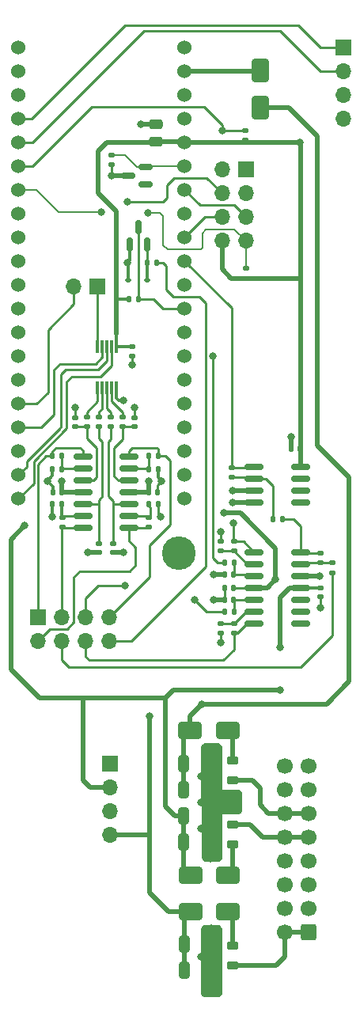
<source format=gbr>
%TF.GenerationSoftware,KiCad,Pcbnew,7.0.2-0*%
%TF.CreationDate,2023-05-29T21:13:20+02:00*%
%TF.ProjectId,dac-board,6461632d-626f-4617-9264-2e6b69636164,rev?*%
%TF.SameCoordinates,Original*%
%TF.FileFunction,Copper,L1,Top*%
%TF.FilePolarity,Positive*%
%FSLAX46Y46*%
G04 Gerber Fmt 4.6, Leading zero omitted, Abs format (unit mm)*
G04 Created by KiCad (PCBNEW 7.0.2-0) date 2023-05-29 21:13:20*
%MOMM*%
%LPD*%
G01*
G04 APERTURE LIST*
G04 Aperture macros list*
%AMRoundRect*
0 Rectangle with rounded corners*
0 $1 Rounding radius*
0 $2 $3 $4 $5 $6 $7 $8 $9 X,Y pos of 4 corners*
0 Add a 4 corners polygon primitive as box body*
4,1,4,$2,$3,$4,$5,$6,$7,$8,$9,$2,$3,0*
0 Add four circle primitives for the rounded corners*
1,1,$1+$1,$2,$3*
1,1,$1+$1,$4,$5*
1,1,$1+$1,$6,$7*
1,1,$1+$1,$8,$9*
0 Add four rect primitives between the rounded corners*
20,1,$1+$1,$2,$3,$4,$5,0*
20,1,$1+$1,$4,$5,$6,$7,0*
20,1,$1+$1,$6,$7,$8,$9,0*
20,1,$1+$1,$8,$9,$2,$3,0*%
G04 Aperture macros list end*
%TA.AperFunction,ComponentPad*%
%ADD10R,1.700000X1.700000*%
%TD*%
%TA.AperFunction,ComponentPad*%
%ADD11O,1.700000X1.700000*%
%TD*%
%TA.AperFunction,SMDPad,CuDef*%
%ADD12RoundRect,0.135000X0.185000X-0.135000X0.185000X0.135000X-0.185000X0.135000X-0.185000X-0.135000X0*%
%TD*%
%TA.AperFunction,SMDPad,CuDef*%
%ADD13RoundRect,0.140000X0.140000X0.170000X-0.140000X0.170000X-0.140000X-0.170000X0.140000X-0.170000X0*%
%TD*%
%TA.AperFunction,SMDPad,CuDef*%
%ADD14RoundRect,0.150000X0.587500X0.150000X-0.587500X0.150000X-0.587500X-0.150000X0.587500X-0.150000X0*%
%TD*%
%TA.AperFunction,SMDPad,CuDef*%
%ADD15RoundRect,0.250000X-0.325000X-0.650000X0.325000X-0.650000X0.325000X0.650000X-0.325000X0.650000X0*%
%TD*%
%TA.AperFunction,SMDPad,CuDef*%
%ADD16RoundRect,0.135000X0.135000X0.185000X-0.135000X0.185000X-0.135000X-0.185000X0.135000X-0.185000X0*%
%TD*%
%TA.AperFunction,SMDPad,CuDef*%
%ADD17RoundRect,0.112500X0.187500X0.112500X-0.187500X0.112500X-0.187500X-0.112500X0.187500X-0.112500X0*%
%TD*%
%TA.AperFunction,SMDPad,CuDef*%
%ADD18RoundRect,0.250000X-1.000000X-0.650000X1.000000X-0.650000X1.000000X0.650000X-1.000000X0.650000X0*%
%TD*%
%TA.AperFunction,SMDPad,CuDef*%
%ADD19RoundRect,0.135000X-0.135000X-0.185000X0.135000X-0.185000X0.135000X0.185000X-0.135000X0.185000X0*%
%TD*%
%TA.AperFunction,SMDPad,CuDef*%
%ADD20RoundRect,0.150000X0.150000X-0.587500X0.150000X0.587500X-0.150000X0.587500X-0.150000X-0.587500X0*%
%TD*%
%TA.AperFunction,SMDPad,CuDef*%
%ADD21RoundRect,0.135000X-0.185000X0.135000X-0.185000X-0.135000X0.185000X-0.135000X0.185000X0.135000X0*%
%TD*%
%TA.AperFunction,ComponentPad*%
%ADD22C,1.524000*%
%TD*%
%TA.AperFunction,SMDPad,CuDef*%
%ADD23RoundRect,0.150000X-0.825000X-0.150000X0.825000X-0.150000X0.825000X0.150000X-0.825000X0.150000X0*%
%TD*%
%TA.AperFunction,SMDPad,CuDef*%
%ADD24RoundRect,0.140000X-0.170000X0.140000X-0.170000X-0.140000X0.170000X-0.140000X0.170000X0.140000X0*%
%TD*%
%TA.AperFunction,SMDPad,CuDef*%
%ADD25RoundRect,0.250000X1.000000X0.650000X-1.000000X0.650000X-1.000000X-0.650000X1.000000X-0.650000X0*%
%TD*%
%TA.AperFunction,SMDPad,CuDef*%
%ADD26RoundRect,0.250000X0.475000X-0.250000X0.475000X0.250000X-0.475000X0.250000X-0.475000X-0.250000X0*%
%TD*%
%TA.AperFunction,SMDPad,CuDef*%
%ADD27RoundRect,0.218750X0.381250X-0.218750X0.381250X0.218750X-0.381250X0.218750X-0.381250X-0.218750X0*%
%TD*%
%TA.AperFunction,ComponentPad*%
%ADD28RoundRect,0.250000X0.600000X0.600000X-0.600000X0.600000X-0.600000X-0.600000X0.600000X-0.600000X0*%
%TD*%
%TA.AperFunction,ComponentPad*%
%ADD29C,1.700000*%
%TD*%
%TA.AperFunction,SMDPad,CuDef*%
%ADD30RoundRect,0.140000X-0.140000X-0.170000X0.140000X-0.170000X0.140000X0.170000X-0.140000X0.170000X0*%
%TD*%
%TA.AperFunction,SMDPad,CuDef*%
%ADD31RoundRect,0.218750X-0.381250X0.218750X-0.381250X-0.218750X0.381250X-0.218750X0.381250X0.218750X0*%
%TD*%
%TA.AperFunction,SMDPad,CuDef*%
%ADD32RoundRect,0.250000X-0.650000X1.000000X-0.650000X-1.000000X0.650000X-1.000000X0.650000X1.000000X0*%
%TD*%
%TA.AperFunction,SMDPad,CuDef*%
%ADD33RoundRect,0.140000X0.170000X-0.140000X0.170000X0.140000X-0.170000X0.140000X-0.170000X-0.140000X0*%
%TD*%
%TA.AperFunction,SMDPad,CuDef*%
%ADD34R,0.300000X1.400000*%
%TD*%
%TA.AperFunction,SMDPad,CuDef*%
%ADD35RoundRect,0.150000X0.825000X0.150000X-0.825000X0.150000X-0.825000X-0.150000X0.825000X-0.150000X0*%
%TD*%
%TA.AperFunction,ViaPad*%
%ADD36C,0.800000*%
%TD*%
%TA.AperFunction,ViaPad*%
%ADD37C,3.600000*%
%TD*%
%TA.AperFunction,Conductor*%
%ADD38C,0.500000*%
%TD*%
%TA.AperFunction,Conductor*%
%ADD39C,0.250000*%
%TD*%
%TA.AperFunction,Conductor*%
%ADD40C,0.300000*%
%TD*%
%TA.AperFunction,Conductor*%
%ADD41C,0.200000*%
%TD*%
G04 APERTURE END LIST*
D10*
%TO.P,J6,1,Pin_1*%
%TO.N,/+5V*%
X128688981Y-129286000D03*
D11*
%TO.P,J6,2,Pin_2*%
%TO.N,/+12V*%
X128688981Y-131826000D03*
%TO.P,J6,3,Pin_3*%
%TO.N,GND*%
X128688981Y-134366000D03*
%TO.P,J6,4,Pin_4*%
%TO.N,/-12V*%
X128688981Y-136906000D03*
%TD*%
D12*
%TO.P,R3,1*%
%TO.N,Net-(U4A-+)*%
X126238000Y-93263000D03*
%TO.P,R3,2*%
%TO.N,/DACA*%
X126238000Y-92243000D03*
%TD*%
D13*
%TO.P,C4,1*%
%TO.N,GND*%
X133830000Y-100299000D03*
%TO.P,C4,2*%
%TO.N,/-12V*%
X132870000Y-100299000D03*
%TD*%
D14*
%TO.P,U1,1*%
%TO.N,N/C*%
X132509500Y-67371000D03*
%TO.P,U1,2,K*%
%TO.N,/ADC_VREF*%
X132509500Y-65471000D03*
%TO.P,U1,3,A*%
%TO.N,GND*%
X130634500Y-66421000D03*
%TD*%
D15*
%TO.P,C25,1*%
%TO.N,/+5V*%
X136590333Y-132080000D03*
%TO.P,C25,2*%
%TO.N,GND*%
X139540333Y-132080000D03*
%TD*%
%TO.P,C20,1*%
%TO.N,/+5V*%
X136606666Y-129286000D03*
%TO.P,C20,2*%
%TO.N,GND*%
X139556666Y-129286000D03*
%TD*%
D16*
%TO.P,R27,1*%
%TO.N,/DIGITAL IN P*%
X133733000Y-75692000D03*
%TO.P,R27,2*%
%TO.N,Net-(D1-K)*%
X132713000Y-75692000D03*
%TD*%
D15*
%TO.P,C24,1*%
%TO.N,/-12V*%
X136701000Y-148590000D03*
%TO.P,C24,2*%
%TO.N,GND*%
X139651000Y-148590000D03*
%TD*%
D17*
%TO.P,D1,1,K*%
%TO.N,Net-(D1-K)*%
X132723600Y-77597000D03*
%TO.P,D1,2,A*%
%TO.N,GND*%
X130623600Y-77597000D03*
%TD*%
D18*
%TO.P,D4,1,K*%
%TO.N,/+12V*%
X137351000Y-141224000D03*
%TO.P,D4,2,A*%
%TO.N,Net-(D4-A)*%
X141351000Y-141224000D03*
%TD*%
D12*
%TO.P,R4,1*%
%TO.N,Net-(U4B-+)*%
X127508000Y-93261000D03*
%TO.P,R4,2*%
%TO.N,/DACB*%
X127508000Y-92241000D03*
%TD*%
D19*
%TO.P,R33,1*%
%TO.N,Net-(U4C--)*%
X132840000Y-101549200D03*
%TO.P,R33,2*%
%TO.N,GND*%
X133860000Y-101549200D03*
%TD*%
D16*
%TO.P,R22,1*%
%TO.N,Net-(R21-Pad2)*%
X147195000Y-103124000D03*
%TO.P,R22,2*%
%TO.N,Net-(U5A--)*%
X146175000Y-103124000D03*
%TD*%
D20*
%TO.P,Q1,1,E*%
%TO.N,GND*%
X130799800Y-73759300D03*
%TO.P,Q1,2,B*%
%TO.N,Net-(D1-K)*%
X132699800Y-73759300D03*
%TO.P,Q1,3,C*%
%TO.N,/DIG_IN*%
X131749800Y-71884300D03*
%TD*%
D13*
%TO.P,C10,1*%
%TO.N,Net-(U3D-+)*%
X141958000Y-111760000D03*
%TO.P,C10,2*%
%TO.N,GND*%
X140998000Y-111760000D03*
%TD*%
D21*
%TO.P,R24,1*%
%TO.N,/BUTTON 1 P*%
X143205200Y-61567600D03*
%TO.P,R24,2*%
%TO.N,/+3.3V P*%
X143205200Y-62587600D03*
%TD*%
D22*
%TO.P,RPI1,1,GPIO0*%
%TO.N,/OLED SDA P*%
X118925000Y-52665000D03*
%TO.P,RPI1,2,GPIO1*%
%TO.N,/OLED SCL P*%
X118925000Y-55205000D03*
%TO.P,RPI1,3,GND*%
%TO.N,GND*%
X118925000Y-57745000D03*
%TO.P,RPI1,4,GPIO2*%
%TO.N,/GP2*%
X118925000Y-60285000D03*
%TO.P,RPI1,5,GPIO3*%
%TO.N,/GP3*%
X118925000Y-62825000D03*
%TO.P,RPI1,6,GPIO4*%
%TO.N,/BUTTON 1 P*%
X118925000Y-65365000D03*
%TO.P,RPI1,7,GPIO5*%
%TO.N,/BUTTON 2 P*%
X118925000Y-67905000D03*
%TO.P,RPI1,8,GND*%
%TO.N,GND*%
X118925000Y-70445000D03*
%TO.P,RPI1,9,GPIO6*%
%TO.N,unconnected-(RPI1-GPIO6-Pad9)*%
X118925000Y-72985000D03*
%TO.P,RPI1,10,GPIO7*%
%TO.N,unconnected-(RPI1-GPIO7-Pad10)*%
X118925000Y-75525000D03*
%TO.P,RPI1,11,GPIO8*%
%TO.N,unconnected-(RPI1-GPIO8-Pad11)*%
X118925000Y-78065000D03*
%TO.P,RPI1,12,GPIO9*%
%TO.N,unconnected-(RPI1-GPIO9-Pad12)*%
X118925000Y-80605000D03*
%TO.P,RPI1,13,GND*%
%TO.N,GND*%
X118925000Y-83145000D03*
%TO.P,RPI1,14,GPIO10*%
%TO.N,unconnected-(RPI1-GPIO10-Pad14)*%
X118925000Y-85685000D03*
%TO.P,RPI1,15,GPIO11*%
%TO.N,unconnected-(RPI1-GPIO11-Pad15)*%
X118925000Y-88225000D03*
%TO.P,RPI1,16,GPIO12*%
%TO.N,/DAC_RDY_JP*%
X118925000Y-90765000D03*
%TO.P,RPI1,17,GPIO13*%
%TO.N,/DAC_LDAC*%
X118925000Y-93305000D03*
%TO.P,RPI1,18,GND*%
%TO.N,GND*%
X118925000Y-95845000D03*
%TO.P,RPI1,19,GPIO14*%
%TO.N,/DAC_SDA*%
X118925000Y-98385000D03*
%TO.P,RPI1,20,GPIO15*%
%TO.N,/DAC_SCL*%
X118925000Y-100925000D03*
%TO.P,RPI1,21,GPIO16*%
%TO.N,unconnected-(RPI1-GPIO16-Pad21)*%
X136705000Y-100925000D03*
%TO.P,RPI1,22,GPIO17*%
%TO.N,unconnected-(RPI1-GPIO17-Pad22)*%
X136705000Y-98385000D03*
%TO.P,RPI1,23,GND*%
%TO.N,GND*%
X136705000Y-95845000D03*
%TO.P,RPI1,24,GPIO18*%
%TO.N,unconnected-(RPI1-GPIO18-Pad24)*%
X136705000Y-93305000D03*
%TO.P,RPI1,25,GPIO19*%
%TO.N,unconnected-(RPI1-GPIO19-Pad25)*%
X136705000Y-90765000D03*
%TO.P,RPI1,26,GPIO20*%
%TO.N,/PWM2*%
X136705000Y-88225000D03*
%TO.P,RPI1,27,GPIO21*%
%TO.N,/PWM1*%
X136705000Y-85685000D03*
%TO.P,RPI1,28,GND*%
%TO.N,GND*%
X136705000Y-83145000D03*
%TO.P,RPI1,29,GPIO22*%
%TO.N,/DIG_IN*%
X136705000Y-80605000D03*
%TO.P,RPI1,30,RUN*%
%TO.N,unconnected-(RPI1-RUN-Pad30)*%
X136705000Y-78065000D03*
%TO.P,RPI1,31,GPIO26_ADC0*%
%TO.N,/AN_IN*%
X136705000Y-75525000D03*
%TO.P,RPI1,32,GPIO27_ADC1*%
%TO.N,/KNOB 1 P*%
X136705000Y-72985000D03*
%TO.P,RPI1,33,AGND*%
%TO.N,GND*%
X136705000Y-70445000D03*
%TO.P,RPI1,34,GPIO28_ADC2*%
%TO.N,/KNOB 2 P*%
X136705000Y-67905000D03*
%TO.P,RPI1,35,ADC_VREF*%
%TO.N,/ADC_VREF*%
X136705000Y-65365000D03*
%TO.P,RPI1,36,3V3*%
%TO.N,/+3.3V P*%
X136705000Y-62825000D03*
%TO.P,RPI1,37,3V3_EN*%
%TO.N,unconnected-(RPI1-3V3_EN-Pad37)*%
X136705000Y-60285000D03*
%TO.P,RPI1,38,GND*%
%TO.N,GND*%
X136705000Y-57745000D03*
%TO.P,RPI1,39,VSYS*%
%TO.N,Net-(D2-K)*%
X136705000Y-55205000D03*
%TO.P,RPI1,40,VBUS*%
%TO.N,unconnected-(RPI1-VBUS-Pad40)*%
X136705000Y-52665000D03*
%TD*%
D15*
%TO.P,C22,1*%
%TO.N,/+12V*%
X136622999Y-137668000D03*
%TO.P,C22,2*%
%TO.N,GND*%
X139572999Y-137668000D03*
%TD*%
D23*
%TO.P,U5,1*%
%TO.N,/AN_IN*%
X144148000Y-97536000D03*
%TO.P,U5,2,-*%
%TO.N,Net-(U5A--)*%
X144148000Y-98806000D03*
%TO.P,U5,3,+*%
%TO.N,GND*%
X144148000Y-100076000D03*
%TO.P,U5,4,V-*%
X144148000Y-101346000D03*
%TO.P,U5,5,+*%
%TO.N,unconnected-(U5B-+-Pad5)*%
X149098000Y-101346000D03*
%TO.P,U5,6,-*%
%TO.N,unconnected-(U5B---Pad6)*%
X149098000Y-100076000D03*
%TO.P,U5,7*%
%TO.N,unconnected-(U5-Pad7)*%
X149098000Y-98806000D03*
%TO.P,U5,8,V+*%
%TO.N,/+3.3V P*%
X149098000Y-97536000D03*
%TD*%
D16*
%TO.P,R2,1*%
%TO.N,Net-(U3D-+)*%
X141988000Y-113030000D03*
%TO.P,R2,2*%
%TO.N,/PWM2*%
X140968000Y-113030000D03*
%TD*%
D21*
%TO.P,R30,1*%
%TO.N,Net-(U3D--)*%
X140589000Y-114298000D03*
%TO.P,R30,2*%
%TO.N,GND*%
X140589000Y-115318000D03*
%TD*%
D12*
%TO.P,R21,1*%
%TO.N,Net-(U3B--)*%
X151257000Y-107825000D03*
%TO.P,R21,2*%
%TO.N,Net-(R21-Pad2)*%
X151257000Y-106805000D03*
%TD*%
%TO.P,R39,1*%
%TO.N,/OUTPUT 5 P*%
X132892800Y-103989600D03*
%TO.P,R39,2*%
%TO.N,Net-(U4C--)*%
X132892800Y-102969600D03*
%TD*%
D23*
%TO.P,U4,1*%
%TO.N,/OUTPUT 6 P*%
X125793000Y-96489000D03*
%TO.P,U4,2,-*%
%TO.N,Net-(U4A--)*%
X125793000Y-97759000D03*
%TO.P,U4,3,+*%
%TO.N,Net-(U4A-+)*%
X125793000Y-99029000D03*
%TO.P,U4,4,V+*%
%TO.N,/+12V*%
X125793000Y-100299000D03*
%TO.P,U4,5,+*%
%TO.N,Net-(U4B-+)*%
X125793000Y-101569000D03*
%TO.P,U4,6,-*%
%TO.N,Net-(U4B--)*%
X125793000Y-102839000D03*
%TO.P,U4,7*%
%TO.N,/OUTPUT 4 P*%
X125793000Y-104109000D03*
%TO.P,U4,8*%
%TO.N,/OUTPUT 5 P*%
X130743000Y-104109000D03*
%TO.P,U4,9,-*%
%TO.N,Net-(U4C--)*%
X130743000Y-102839000D03*
%TO.P,U4,10,+*%
%TO.N,Net-(U4C-+)*%
X130743000Y-101569000D03*
%TO.P,U4,11,V-*%
%TO.N,/-12V*%
X130743000Y-100299000D03*
%TO.P,U4,12,+*%
%TO.N,Net-(U4D-+)*%
X130743000Y-99029000D03*
%TO.P,U4,13,-*%
%TO.N,Net-(U4D--)*%
X130743000Y-97759000D03*
%TO.P,U4,14*%
%TO.N,/OUTPUT 3 P*%
X130743000Y-96489000D03*
%TD*%
D24*
%TO.P,C8,1*%
%TO.N,/+3.3V P*%
X131064000Y-84711600D03*
%TO.P,C8,2*%
%TO.N,GND*%
X131064000Y-85671600D03*
%TD*%
D12*
%TO.P,R38,1*%
%TO.N,/OUTPUT 4 P*%
X123647200Y-103989600D03*
%TO.P,R38,2*%
%TO.N,Net-(U4B--)*%
X123647200Y-102969600D03*
%TD*%
D24*
%TO.P,C13,1*%
%TO.N,Net-(U4C-+)*%
X129030000Y-105733000D03*
%TO.P,C13,2*%
%TO.N,GND*%
X129030000Y-106693000D03*
%TD*%
%TO.P,C2,1*%
%TO.N,/ADC_VREF*%
X128879600Y-64216400D03*
%TO.P,C2,2*%
%TO.N,GND*%
X128879600Y-65176400D03*
%TD*%
D19*
%TO.P,R34,1*%
%TO.N,Net-(U4D--)*%
X132840000Y-97776000D03*
%TO.P,R34,2*%
%TO.N,GND*%
X133860000Y-97776000D03*
%TD*%
%TO.P,R26,1*%
%TO.N,/+3.3V P*%
X130706400Y-79603600D03*
%TO.P,R26,2*%
%TO.N,/DIG_IN*%
X131726400Y-79603600D03*
%TD*%
D12*
%TO.P,R36,1*%
%TO.N,/OUTPUT 2 P*%
X141986000Y-115318000D03*
%TO.P,R36,2*%
%TO.N,Net-(U3D--)*%
X141986000Y-114298000D03*
%TD*%
%TO.P,R29,1*%
%TO.N,Net-(U3C--)*%
X140589000Y-106553000D03*
%TO.P,R29,2*%
%TO.N,GND*%
X140589000Y-105533000D03*
%TD*%
D24*
%TO.P,C5,1*%
%TO.N,/+12V*%
X151257000Y-110495200D03*
%TO.P,C5,2*%
%TO.N,GND*%
X151257000Y-111455200D03*
%TD*%
D13*
%TO.P,C9,1*%
%TO.N,Net-(U3C-+)*%
X141958000Y-109093000D03*
%TO.P,C9,2*%
%TO.N,GND*%
X140998000Y-109093000D03*
%TD*%
D18*
%TO.P,D5,1,K*%
%TO.N,/+5V*%
X137287000Y-125730000D03*
%TO.P,D5,2,A*%
%TO.N,Net-(D5-A)*%
X141287000Y-125730000D03*
%TD*%
D25*
%TO.P,D3,1,K*%
%TO.N,Net-(D3-K)*%
X141351000Y-145161000D03*
%TO.P,D3,2,A*%
%TO.N,/-12V*%
X137351000Y-145161000D03*
%TD*%
D12*
%TO.P,R6,1*%
%TO.N,Net-(U4D-+)*%
X130048000Y-93261000D03*
%TO.P,R6,2*%
%TO.N,/DACD*%
X130048000Y-92241000D03*
%TD*%
D26*
%TO.P,C1,1*%
%TO.N,/+3.3V P*%
X133654800Y-62773600D03*
%TO.P,C1,2*%
%TO.N,GND*%
X133654800Y-60873600D03*
%TD*%
D12*
%TO.P,R28,1*%
%TO.N,/ANALOGUE IN P*%
X152527000Y-108866400D03*
%TO.P,R28,2*%
%TO.N,Net-(U3B--)*%
X152527000Y-107846400D03*
%TD*%
D27*
%TO.P,FB1,1*%
%TO.N,/Euro+5*%
X141859000Y-131110500D03*
%TO.P,FB1,2*%
%TO.N,Net-(D5-A)*%
X141859000Y-128985500D03*
%TD*%
D28*
%TO.P,J1,1,Pin_1*%
%TO.N,/Euro-12*%
X149987000Y-147320000D03*
D29*
%TO.P,J1,2,Pin_2*%
X147447000Y-147320000D03*
%TO.P,J1,3,Pin_3*%
%TO.N,GND*%
X149987000Y-144780000D03*
%TO.P,J1,4,Pin_4*%
X147447000Y-144780000D03*
%TO.P,J1,5,Pin_5*%
X149987000Y-142240000D03*
%TO.P,J1,6,Pin_6*%
X147447000Y-142240000D03*
%TO.P,J1,7,Pin_7*%
X149987000Y-139700000D03*
%TO.P,J1,8,Pin_8*%
X147447000Y-139700000D03*
%TO.P,J1,9,Pin_9*%
%TO.N,/Euro+12*%
X149987000Y-137160000D03*
%TO.P,J1,10,Pin_10*%
X147447000Y-137160000D03*
%TO.P,J1,11,Pin_11*%
%TO.N,/Euro+5*%
X149987000Y-134620000D03*
%TO.P,J1,12,Pin_12*%
X147447000Y-134620000D03*
%TO.P,J1,13,Pin_13*%
%TO.N,unconnected-(J1-Pin_13-Pad13)*%
X149987000Y-132080000D03*
%TO.P,J1,14,Pin_14*%
%TO.N,unconnected-(J1-Pin_14-Pad14)*%
X147447000Y-132080000D03*
%TO.P,J1,15,Pin_15*%
%TO.N,unconnected-(J1-Pin_15-Pad15)*%
X149987000Y-129540000D03*
%TO.P,J1,16,Pin_16*%
%TO.N,unconnected-(J1-Pin_16-Pad16)*%
X147447000Y-129540000D03*
%TD*%
D30*
%TO.P,C6,1*%
%TO.N,GND*%
X140998000Y-110490000D03*
%TO.P,C6,2*%
%TO.N,/-12V*%
X141958000Y-110490000D03*
%TD*%
D15*
%TO.P,C23,1*%
%TO.N,/-12V*%
X136701000Y-151384000D03*
%TO.P,C23,2*%
%TO.N,GND*%
X139651000Y-151384000D03*
%TD*%
D16*
%TO.P,R32,1*%
%TO.N,Net-(U4B--)*%
X123571000Y-101549200D03*
%TO.P,R32,2*%
%TO.N,GND*%
X122551000Y-101549200D03*
%TD*%
D31*
%TO.P,FB2,1*%
%TO.N,/Euro+12*%
X141859000Y-135843500D03*
%TO.P,FB2,2*%
%TO.N,Net-(D4-A)*%
X141859000Y-137968500D03*
%TD*%
D16*
%TO.P,R31,1*%
%TO.N,Net-(U4A--)*%
X123573000Y-97790000D03*
%TO.P,R31,2*%
%TO.N,GND*%
X122553000Y-97790000D03*
%TD*%
D32*
%TO.P,D2,1,K*%
%TO.N,Net-(D2-K)*%
X144780000Y-55150000D03*
%TO.P,D2,2,A*%
%TO.N,/+5V*%
X144780000Y-59150000D03*
%TD*%
D33*
%TO.P,C14,1*%
%TO.N,Net-(U4D-+)*%
X131318000Y-93231000D03*
%TO.P,C14,2*%
%TO.N,GND*%
X131318000Y-92271000D03*
%TD*%
D16*
%TO.P,R40,1*%
%TO.N,/OUTPUT 3 P*%
X133860000Y-96393000D03*
%TO.P,R40,2*%
%TO.N,Net-(U4D--)*%
X132840000Y-96393000D03*
%TD*%
D13*
%TO.P,C3,1*%
%TO.N,/+12V*%
X123565000Y-100299000D03*
%TO.P,C3,2*%
%TO.N,GND*%
X122605000Y-100299000D03*
%TD*%
D12*
%TO.P,R5,1*%
%TO.N,Net-(U4C-+)*%
X128778000Y-93259000D03*
%TO.P,R5,2*%
%TO.N,/DACC*%
X128778000Y-92239000D03*
%TD*%
D13*
%TO.P,C7,1*%
%TO.N,/+3.3V P*%
X149070000Y-95631000D03*
%TO.P,C7,2*%
%TO.N,GND*%
X148110000Y-95631000D03*
%TD*%
D34*
%TO.P,U2,1,VDD*%
%TO.N,/+3.3V P*%
X129381000Y-84709000D03*
%TO.P,U2,2,SCL*%
%TO.N,/DAC_SCL*%
X128881000Y-84709000D03*
%TO.P,U2,3,SDA*%
%TO.N,/DAC_SDA*%
X128381000Y-84709000D03*
%TO.P,U2,4,~{LDAC}*%
%TO.N,/DAC_LDAC*%
X127881000Y-84709000D03*
%TO.P,U2,5,RDY/~{BSY}*%
%TO.N,/DAC_RDY*%
X127381000Y-84709000D03*
%TO.P,U2,6,VOUTA*%
%TO.N,/DACA*%
X127381000Y-89109000D03*
%TO.P,U2,7,VOUTB*%
%TO.N,/DACB*%
X127881000Y-89109000D03*
%TO.P,U2,8,VOUTC*%
%TO.N,/DACC*%
X128381000Y-89109000D03*
%TO.P,U2,9,VOUTD*%
%TO.N,/DACD*%
X128881000Y-89109000D03*
%TO.P,U2,10,VSS*%
%TO.N,GND*%
X129381000Y-89109000D03*
%TD*%
D15*
%TO.P,C21,1*%
%TO.N,/+12V*%
X136574000Y-134874000D03*
%TO.P,C21,2*%
%TO.N,GND*%
X139524000Y-134874000D03*
%TD*%
D10*
%TO.P,J4,1,Pin_1*%
%TO.N,/GP2*%
X153670000Y-52705000D03*
D11*
%TO.P,J4,2,Pin_2*%
%TO.N,/GP3*%
X153670000Y-55245000D03*
%TO.P,J4,3,Pin_3*%
%TO.N,/+3.3V P*%
X153670000Y-57785000D03*
%TO.P,J4,4,Pin_4*%
%TO.N,GND*%
X153670000Y-60325000D03*
%TD*%
D27*
%TO.P,FB3,1*%
%TO.N,/Euro-12*%
X141859000Y-150922500D03*
%TO.P,FB3,2*%
%TO.N,Net-(D3-K)*%
X141859000Y-148797500D03*
%TD*%
D35*
%TO.P,U3,1*%
%TO.N,unconnected-(U3-Pad1)*%
X149083800Y-114300000D03*
%TO.P,U3,2,-*%
%TO.N,unconnected-(U3A---Pad2)*%
X149083800Y-113030000D03*
%TO.P,U3,3,+*%
%TO.N,unconnected-(U3A-+-Pad3)*%
X149083800Y-111760000D03*
%TO.P,U3,4,V+*%
%TO.N,/+12V*%
X149083800Y-110490000D03*
%TO.P,U3,5,+*%
%TO.N,GND*%
X149083800Y-109220000D03*
%TO.P,U3,6,-*%
%TO.N,Net-(U3B--)*%
X149083800Y-107950000D03*
%TO.P,U3,7*%
%TO.N,Net-(R21-Pad2)*%
X149083800Y-106680000D03*
%TO.P,U3,8*%
%TO.N,/OUTPUT 1 P*%
X144133800Y-106680000D03*
%TO.P,U3,9,-*%
%TO.N,Net-(U3C--)*%
X144133800Y-107950000D03*
%TO.P,U3,10,+*%
%TO.N,Net-(U3C-+)*%
X144133800Y-109220000D03*
%TO.P,U3,11,V-*%
%TO.N,/-12V*%
X144133800Y-110490000D03*
%TO.P,U3,12,+*%
%TO.N,Net-(U3D-+)*%
X144133800Y-111760000D03*
%TO.P,U3,13,-*%
%TO.N,Net-(U3D--)*%
X144133800Y-113030000D03*
%TO.P,U3,14*%
%TO.N,/OUTPUT 2 P*%
X144133800Y-114300000D03*
%TD*%
D24*
%TO.P,C12,1*%
%TO.N,Net-(U4B-+)*%
X127508000Y-105733000D03*
%TO.P,C12,2*%
%TO.N,GND*%
X127508000Y-106693000D03*
%TD*%
D16*
%TO.P,R1,1*%
%TO.N,Net-(U3C-+)*%
X141988000Y-107823000D03*
%TO.P,R1,2*%
%TO.N,/PWM1*%
X140968000Y-107823000D03*
%TD*%
D12*
%TO.P,R23,1*%
%TO.N,Net-(U5A--)*%
X141732000Y-98681000D03*
%TO.P,R23,2*%
%TO.N,/AN_IN*%
X141732000Y-97661000D03*
%TD*%
D19*
%TO.P,R37,1*%
%TO.N,/OUTPUT 6 P*%
X122553000Y-96393000D03*
%TO.P,R37,2*%
%TO.N,Net-(U4A--)*%
X123573000Y-96393000D03*
%TD*%
D21*
%TO.P,R25,1*%
%TO.N,/BUTTON 2 P*%
X143256000Y-76350400D03*
%TO.P,R25,2*%
%TO.N,/+3.3V P*%
X143256000Y-77370400D03*
%TD*%
%TO.P,R35,1*%
%TO.N,/OUTPUT 1 P*%
X141986000Y-105533000D03*
%TO.P,R35,2*%
%TO.N,Net-(U3C--)*%
X141986000Y-106553000D03*
%TD*%
D33*
%TO.P,C11,1*%
%TO.N,Net-(U4A-+)*%
X124968000Y-93231000D03*
%TO.P,C11,2*%
%TO.N,GND*%
X124968000Y-92271000D03*
%TD*%
D10*
%TO.P,J3,1,Pin_1*%
%TO.N,/OUTPUT 6 P*%
X121015000Y-113625000D03*
D11*
%TO.P,J3,2,Pin_2*%
%TO.N,/OUTPUT 5 P*%
X121015000Y-116165000D03*
%TO.P,J3,3,Pin_3*%
%TO.N,/OUTPUT 4 P*%
X123555000Y-113625000D03*
%TO.P,J3,4,Pin_4*%
%TO.N,/ANALOGUE IN P*%
X123555000Y-116165000D03*
%TO.P,J3,5,Pin_5*%
%TO.N,/OUTPUT 1 P*%
X126095000Y-113625000D03*
%TO.P,J3,6,Pin_6*%
%TO.N,/OUTPUT 2 P*%
X126095000Y-116165000D03*
%TO.P,J3,7,Pin_7*%
%TO.N,/OUTPUT 3 P*%
X128635000Y-113625000D03*
%TO.P,J3,8,Pin_8*%
%TO.N,/DIGITAL IN P*%
X128635000Y-116165000D03*
%TD*%
D10*
%TO.P,J2,1,Pin_1*%
%TO.N,GND*%
X143235000Y-65725000D03*
D11*
%TO.P,J2,2,Pin_2*%
%TO.N,/BUTTON 1 P*%
X140695000Y-65725000D03*
%TO.P,J2,3,Pin_3*%
%TO.N,/OLED SDA P*%
X143235000Y-68265000D03*
%TO.P,J2,4,Pin_4*%
%TO.N,/OLED SCL P*%
X140695000Y-68265000D03*
%TO.P,J2,5,Pin_5*%
%TO.N,/KNOB 2 P*%
X143235000Y-70805000D03*
%TO.P,J2,6,Pin_6*%
%TO.N,/KNOB 1 P*%
X140695000Y-70805000D03*
%TO.P,J2,7,Pin_7*%
%TO.N,/BUTTON 2 P*%
X143235000Y-73345000D03*
%TO.P,J2,8,Pin_8*%
%TO.N,/+3.3V P*%
X140695000Y-73345000D03*
%TD*%
D10*
%TO.P,J5,1,Pin_1*%
%TO.N,/DAC_RDY*%
X127381000Y-78232000D03*
D11*
%TO.P,J5,2,Pin_2*%
%TO.N,/DAC_RDY_JP*%
X124841000Y-78232000D03*
%TD*%
D36*
%TO.N,/+5V*%
X138557000Y-122936000D03*
%TO.N,GND*%
X130149600Y-90474800D03*
X139827000Y-109093000D03*
X139446000Y-127508000D03*
X139573000Y-146939000D03*
X138430000Y-136271000D03*
X126365000Y-106680000D03*
X141732000Y-134112000D03*
X131085977Y-86642823D03*
X140589000Y-116332000D03*
X134239000Y-99058000D03*
X139573000Y-153416000D03*
X140589000Y-104521000D03*
X131318000Y-91186000D03*
X138430000Y-133477000D03*
X138430000Y-149987000D03*
X130606800Y-75692000D03*
X128905000Y-66421000D03*
X141833600Y-101346000D03*
X148082000Y-94361000D03*
D37*
X136042400Y-106807000D03*
D36*
X138430000Y-130683000D03*
X122021600Y-99060000D03*
X122529600Y-102920800D03*
X151257000Y-112649000D03*
X151130000Y-109220000D03*
X134112000Y-102920800D03*
X139446000Y-139446000D03*
X124968000Y-91186000D03*
X130175000Y-106680000D03*
X139827000Y-111760000D03*
X131978400Y-60858400D03*
X141732000Y-132842000D03*
X141859000Y-100076000D03*
%TO.N,/PWM1*%
X139700000Y-85725000D03*
%TO.N,/PWM2*%
X137795000Y-111760000D03*
%TO.N,/OLED SCL P*%
X130556000Y-69215000D03*
%TO.N,/BUTTON 1 P*%
X140716000Y-61595000D03*
%TO.N,/BUTTON 2 P*%
X127762000Y-70307200D03*
X132791200Y-70358000D03*
%TO.N,/OUTPUT 1 P*%
X130352800Y-110236000D03*
X141935200Y-103581200D03*
%TO.N,/+12V*%
X123545600Y-99110800D03*
X146939000Y-116890800D03*
X146939000Y-121412000D03*
X119583200Y-103835200D03*
%TO.N,/-12V*%
X132969000Y-124206000D03*
X132842000Y-99060000D03*
X146431000Y-109601000D03*
X140868400Y-102463600D03*
%TO.N,/+3.3V P*%
X149011000Y-62825000D03*
%TD*%
D38*
%TO.N,/+12V*%
X134620000Y-122301000D02*
X125780800Y-122301000D01*
X125844181Y-131114800D02*
X125844181Y-122301000D01*
X126555381Y-131826000D02*
X125844181Y-131114800D01*
X128688981Y-131826000D02*
X126555381Y-131826000D01*
X125780800Y-122301000D02*
X121158000Y-122301000D01*
%TO.N,/-12V*%
X132969000Y-141986000D02*
X132969000Y-136855200D01*
X132969000Y-136855200D02*
X132969000Y-125603000D01*
X128688981Y-136906000D02*
X132981581Y-136906000D01*
D39*
%TO.N,/BUTTON 1 P*%
X140716000Y-61595000D02*
X143177800Y-61595000D01*
X143177800Y-61595000D02*
X143205200Y-61567600D01*
D38*
%TO.N,/+3.3V P*%
X149098000Y-79705200D02*
X149098000Y-77368400D01*
X149096000Y-77370400D02*
X149098000Y-77368400D01*
X149098000Y-77368400D02*
X149098000Y-63754000D01*
X144729200Y-77370400D02*
X149096000Y-77370400D01*
X143256000Y-77370400D02*
X144729200Y-77370400D01*
X140695000Y-73345000D02*
X140695000Y-76433000D01*
X140695000Y-76433000D02*
X141632400Y-77370400D01*
X141632400Y-77370400D02*
X143256000Y-77370400D01*
X149098000Y-81280000D02*
X149098000Y-79705200D01*
%TO.N,GND*%
X149083800Y-109220000D02*
X151130000Y-109220000D01*
D40*
X130623600Y-77597000D02*
X130623600Y-75708800D01*
X122551000Y-102899400D02*
X122529600Y-102920800D01*
D38*
X127508000Y-106693000D02*
X126505000Y-106693000D01*
D39*
X151257000Y-111455200D02*
X151257000Y-112649000D01*
X133860000Y-102618000D02*
X133985000Y-102743000D01*
D38*
X130634500Y-66421000D02*
X128905000Y-66421000D01*
D40*
X129381000Y-89109000D02*
X129381000Y-90214200D01*
D39*
X124968000Y-92271000D02*
X124968000Y-91186000D01*
X133860000Y-101768000D02*
X133860000Y-102412800D01*
X128879600Y-66395600D02*
X128905000Y-66421000D01*
X126505000Y-106693000D02*
X126492000Y-106680000D01*
D38*
X131993600Y-60873600D02*
X131978400Y-60858400D01*
D40*
X122605000Y-100299000D02*
X122605000Y-99643400D01*
X122553000Y-97790000D02*
X122553000Y-98528600D01*
X129381000Y-90214200D02*
X129641600Y-90474800D01*
D39*
X140998000Y-110490000D02*
X140998000Y-111760000D01*
D38*
X148110000Y-95631000D02*
X148110000Y-94389000D01*
D40*
X129641600Y-90474800D02*
X129997200Y-90474800D01*
X130799800Y-75499000D02*
X130606800Y-75692000D01*
D39*
X131318000Y-92271000D02*
X131318000Y-91186000D01*
X133860000Y-102668800D02*
X134112000Y-102920800D01*
X133830000Y-99467000D02*
X134239000Y-99058000D01*
X133830000Y-100299000D02*
X133830000Y-99467000D01*
D40*
X122605000Y-99643400D02*
X122021600Y-99060000D01*
X133860000Y-97776000D02*
X133860000Y-98679000D01*
D38*
X148110000Y-94389000D02*
X148082000Y-94361000D01*
D39*
X140589000Y-105533000D02*
X140589000Y-104521000D01*
D38*
X140998000Y-111760000D02*
X139827000Y-111760000D01*
D39*
X128879600Y-65176400D02*
X128879600Y-66395600D01*
D40*
X122551000Y-101641000D02*
X122551000Y-102899400D01*
D39*
X131064000Y-85671600D02*
X131064000Y-86620846D01*
D38*
X129030000Y-106693000D02*
X130035000Y-106693000D01*
D39*
X140589000Y-115318000D02*
X140589000Y-116332000D01*
D40*
X133860000Y-98679000D02*
X134239000Y-99058000D01*
D38*
X133654800Y-60873600D02*
X131993600Y-60873600D01*
D40*
X130799800Y-73759300D02*
X130799800Y-75499000D01*
D39*
X133860000Y-102412800D02*
X133860000Y-102668800D01*
X131064000Y-86620846D02*
X131085977Y-86642823D01*
D38*
X144148000Y-101346000D02*
X141833600Y-101346000D01*
D40*
X130623600Y-75708800D02*
X130606800Y-75692000D01*
D38*
X140998000Y-109093000D02*
X139827000Y-109093000D01*
X144148000Y-100076000D02*
X142113000Y-100076000D01*
D39*
X133860000Y-102412800D02*
X133860000Y-102618000D01*
X130035000Y-106693000D02*
X130048000Y-106680000D01*
D40*
X122553000Y-98528600D02*
X122021600Y-99060000D01*
D41*
%TO.N,/ADC_VREF*%
X131561800Y-65471000D02*
X130302000Y-64211200D01*
X130302000Y-64211200D02*
X128884800Y-64211200D01*
X128884800Y-64211200D02*
X128879600Y-64216400D01*
X132509500Y-65471000D02*
X131561800Y-65471000D01*
X132560000Y-65420500D02*
X132509500Y-65471000D01*
X132509500Y-65471000D02*
X132615500Y-65365000D01*
X132615500Y-65365000D02*
X136705000Y-65365000D01*
D39*
%TO.N,Net-(U4A-+)*%
X126904000Y-99029000D02*
X127254000Y-98679000D01*
X127254000Y-98679000D02*
X127254000Y-95504000D01*
X126238000Y-94488000D02*
X126238000Y-93263000D01*
X126193000Y-93218000D02*
X126238000Y-93263000D01*
X124968000Y-93231000D02*
X124968000Y-93218000D01*
X124968000Y-93218000D02*
X126193000Y-93218000D01*
X125793000Y-99029000D02*
X126904000Y-99029000D01*
X127254000Y-95504000D02*
X126238000Y-94488000D01*
%TO.N,Net-(U4B-+)*%
X127889000Y-100711000D02*
X127571500Y-101028500D01*
X127889000Y-94869000D02*
X127889000Y-100711000D01*
X127508000Y-105733000D02*
X127508000Y-101600000D01*
X127508000Y-101600000D02*
X127508000Y-101092000D01*
X125793000Y-101569000D02*
X127477000Y-101569000D01*
X127508000Y-101092000D02*
X127571500Y-101028500D01*
X127508000Y-94488000D02*
X127889000Y-94869000D01*
X127477000Y-101569000D02*
X127508000Y-101600000D01*
X127508000Y-93261000D02*
X127508000Y-94488000D01*
%TO.N,Net-(U4C-+)*%
X129032000Y-101219000D02*
X129030000Y-101221000D01*
X130743000Y-101569000D02*
X129061000Y-101569000D01*
X128778000Y-94615000D02*
X128524000Y-94869000D01*
X128778000Y-93259000D02*
X128778000Y-94615000D01*
X128524000Y-100711000D02*
X129032000Y-101219000D01*
X129030000Y-101221000D02*
X129030000Y-105733000D01*
X128524000Y-94869000D02*
X128524000Y-100711000D01*
%TO.N,Net-(U4D-+)*%
X130048000Y-94615000D02*
X130048000Y-93261000D01*
X129159000Y-98552000D02*
X129159000Y-95504000D01*
X129636000Y-99029000D02*
X129159000Y-98552000D01*
X130078000Y-93231000D02*
X130048000Y-93261000D01*
X130743000Y-99029000D02*
X129636000Y-99029000D01*
X129159000Y-95504000D02*
X130048000Y-94615000D01*
X131318000Y-93231000D02*
X130078000Y-93231000D01*
%TO.N,Net-(U3C-+)*%
X141958000Y-109093000D02*
X144006800Y-109093000D01*
X141988000Y-107823000D02*
X141988000Y-109063000D01*
X141988000Y-109063000D02*
X141958000Y-109093000D01*
X144006800Y-109093000D02*
X144133800Y-109220000D01*
%TO.N,/GP2*%
X148844000Y-50292000D02*
X151257000Y-52705000D01*
X118925000Y-60285000D02*
X120309000Y-60285000D01*
X120309000Y-60285000D02*
X130302000Y-50292000D01*
X130302000Y-50292000D02*
X148844000Y-50292000D01*
X151257000Y-52705000D02*
X153670000Y-52705000D01*
%TO.N,/GP3*%
X120436000Y-62825000D02*
X118925000Y-62825000D01*
X146939000Y-50927000D02*
X132334000Y-50927000D01*
X151257000Y-55245000D02*
X146939000Y-50927000D01*
X132334000Y-50927000D02*
X120436000Y-62825000D01*
X153670000Y-55245000D02*
X151257000Y-55245000D01*
%TO.N,Net-(U3D-+)*%
X141958000Y-111760000D02*
X144133800Y-111760000D01*
X141988000Y-111790000D02*
X141958000Y-111760000D01*
X141988000Y-113030000D02*
X141988000Y-111790000D01*
D38*
%TO.N,/Euro+5*%
X144780000Y-133731000D02*
X144780000Y-131953000D01*
X147447000Y-134620000D02*
X145669000Y-134620000D01*
X147447000Y-134620000D02*
X149987000Y-134620000D01*
X144780000Y-131953000D02*
X143937500Y-131110500D01*
X141859000Y-131110500D02*
X143937500Y-131110500D01*
X145669000Y-134620000D02*
X144780000Y-133731000D01*
%TO.N,/Euro+12*%
X147447000Y-137160000D02*
X149987000Y-137160000D01*
X141859000Y-135843500D02*
X143717500Y-135843500D01*
X145034000Y-137160000D02*
X147447000Y-137160000D01*
X143717500Y-135843500D02*
X145034000Y-137160000D01*
%TO.N,/Euro-12*%
X141859000Y-150922500D02*
X146511500Y-150922500D01*
X146511500Y-150922500D02*
X147447000Y-149987000D01*
X147447000Y-147320000D02*
X149987000Y-147320000D01*
X147447000Y-149987000D02*
X147447000Y-147320000D01*
D39*
%TO.N,/DIG_IN*%
X134431400Y-80605000D02*
X136705000Y-80605000D01*
X131726400Y-79603600D02*
X133400800Y-79603600D01*
X133400800Y-79603600D02*
X134416800Y-80619600D01*
X131749800Y-79580200D02*
X131726400Y-79603600D01*
X131749800Y-71884300D02*
X131749800Y-79580200D01*
X134416800Y-80619600D02*
X134431400Y-80605000D01*
%TO.N,/PWM1*%
X139700000Y-107315000D02*
X140208000Y-107823000D01*
X139700000Y-85725000D02*
X139700000Y-107315000D01*
X140208000Y-107823000D02*
X140968000Y-107823000D01*
%TO.N,/PWM2*%
X139065000Y-113030000D02*
X139319000Y-113030000D01*
X137795000Y-111760000D02*
X139065000Y-113030000D01*
X140462000Y-113030000D02*
X140968000Y-113030000D01*
X140462000Y-113030000D02*
X139319000Y-113030000D01*
%TO.N,/AN_IN*%
X144023000Y-97661000D02*
X144148000Y-97536000D01*
X141732000Y-80552000D02*
X136705000Y-75525000D01*
X141732000Y-97661000D02*
X141732000Y-80552000D01*
X141732000Y-97661000D02*
X144023000Y-97661000D01*
%TO.N,/OLED SCL P*%
X135585200Y-66649600D02*
X134823200Y-67411600D01*
X140695000Y-68265000D02*
X139079600Y-66649600D01*
X134823200Y-68783200D02*
X134391400Y-69215000D01*
X134391400Y-69215000D02*
X130556000Y-69215000D01*
X134823200Y-67411600D02*
X134823200Y-68783200D01*
X139079600Y-66649600D02*
X135585200Y-66649600D01*
%TO.N,/DAC_RDY*%
X127381000Y-84709000D02*
X127381000Y-78232000D01*
%TO.N,/DAC_LDAC*%
X118925000Y-93305000D02*
X121375800Y-93305000D01*
X127881000Y-85783800D02*
X127881000Y-84709000D01*
X122732800Y-87122000D02*
X123342400Y-86512400D01*
X123342400Y-86512400D02*
X127152400Y-86512400D01*
X127152400Y-86512400D02*
X127881000Y-85783800D01*
X121375800Y-93305000D02*
X122732800Y-91948000D01*
X122732800Y-91948000D02*
X122732800Y-87122000D01*
%TO.N,/DAC_SDA*%
X128381000Y-84709000D02*
X128381000Y-86249000D01*
X128381000Y-86249000D02*
X127457200Y-87172800D01*
X119786400Y-97523600D02*
X119786400Y-96926400D01*
X119786400Y-96926400D02*
X123342400Y-93370400D01*
X127457200Y-87172800D02*
X123952000Y-87172800D01*
X123444000Y-87680800D02*
X123444000Y-93268800D01*
X118925000Y-98385000D02*
X119786400Y-97523600D01*
X123444000Y-93268800D02*
X123342400Y-93370400D01*
X123952000Y-87172800D02*
X123444000Y-87680800D01*
%TO.N,/DAC_SCL*%
X124053600Y-93421200D02*
X124053600Y-88442800D01*
X120548400Y-99301600D02*
X118925000Y-100925000D01*
X124612400Y-87884000D02*
X124053600Y-88442800D01*
X128881000Y-86714200D02*
X127711200Y-87884000D01*
X124053600Y-93421200D02*
X120548400Y-96926400D01*
X128881000Y-84709000D02*
X128881000Y-86714200D01*
X127711200Y-87884000D02*
X124612400Y-87884000D01*
X120548400Y-96926400D02*
X120548400Y-99301600D01*
%TO.N,/KNOB 2 P*%
X141975200Y-69545200D02*
X142153000Y-69723000D01*
X138345200Y-69545200D02*
X141975200Y-69545200D01*
X142153000Y-69723000D02*
X143235000Y-70805000D01*
X136705000Y-67905000D02*
X138345200Y-69545200D01*
%TO.N,/KNOB 1 P*%
X138885000Y-70805000D02*
X136705000Y-72985000D01*
X140695000Y-70805000D02*
X138885000Y-70805000D01*
D40*
%TO.N,Net-(D1-K)*%
X132723600Y-77597000D02*
X132723600Y-75702600D01*
D39*
X132699800Y-73759300D02*
X132699800Y-75679800D01*
%TO.N,Net-(U3B--)*%
X151257000Y-107825000D02*
X149208800Y-107825000D01*
X151257000Y-107825000D02*
X152527000Y-107825000D01*
X149208800Y-107825000D02*
X149083800Y-107950000D01*
D38*
%TO.N,Net-(D3-K)*%
X141859000Y-145669000D02*
X141351000Y-145161000D01*
X141859000Y-148797500D02*
X141859000Y-145669000D01*
%TO.N,Net-(D4-A)*%
X141351000Y-141224000D02*
X141859000Y-140716000D01*
X141859000Y-140716000D02*
X141859000Y-137968500D01*
D39*
%TO.N,Net-(R21-Pad2)*%
X148336000Y-103124000D02*
X147195000Y-103124000D01*
X149083800Y-103871800D02*
X148336000Y-103124000D01*
X149208800Y-106805000D02*
X149083800Y-106680000D01*
X149083800Y-106680000D02*
X149083800Y-103871800D01*
X151257000Y-106805000D02*
X149208800Y-106805000D01*
%TO.N,Net-(U5A--)*%
X144023000Y-98681000D02*
X144148000Y-98806000D01*
X145415000Y-98806000D02*
X146175000Y-99566000D01*
X146175000Y-99566000D02*
X146175000Y-103124000D01*
X144148000Y-98806000D02*
X145415000Y-98806000D01*
X141732000Y-98681000D02*
X144023000Y-98681000D01*
%TO.N,Net-(U4A--)*%
X123604000Y-97759000D02*
X123573000Y-97790000D01*
X123573000Y-97790000D02*
X123573000Y-96393000D01*
X125793000Y-97759000D02*
X123604000Y-97759000D01*
%TO.N,Net-(U4B--)*%
X125793000Y-102839000D02*
X123854000Y-102839000D01*
D40*
X123571000Y-101641000D02*
X123571000Y-102817200D01*
D39*
%TO.N,Net-(U4C--)*%
X132991000Y-101919000D02*
X132840000Y-101768000D01*
X130743000Y-102839000D02*
X132739000Y-102839000D01*
X132991000Y-103091000D02*
X132991000Y-101919000D01*
X132739000Y-102839000D02*
X132991000Y-103091000D01*
%TO.N,Net-(U4D--)*%
X132823000Y-97759000D02*
X132840000Y-97776000D01*
X132840000Y-97776000D02*
X132840000Y-96393000D01*
X130743000Y-97759000D02*
X132823000Y-97759000D01*
%TO.N,Net-(U3C--)*%
X140589000Y-106553000D02*
X141986000Y-106553000D01*
X141986000Y-106553000D02*
X143383000Y-107950000D01*
X143383000Y-107950000D02*
X144133800Y-107950000D01*
%TO.N,Net-(U3D--)*%
X144133800Y-113030000D02*
X143254000Y-113030000D01*
X141986000Y-114298000D02*
X140589000Y-114298000D01*
X143254000Y-113030000D02*
X141986000Y-114298000D01*
%TO.N,/BUTTON 1 P*%
X120381400Y-65365000D02*
X118925000Y-65365000D01*
X140716000Y-60960000D02*
X138785600Y-59029600D01*
X126746000Y-59029600D02*
X120396000Y-65379600D01*
X140716000Y-61595000D02*
X140716000Y-60960000D01*
X138785600Y-59029600D02*
X126746000Y-59029600D01*
X120396000Y-65379600D02*
X120381400Y-65365000D01*
D41*
%TO.N,/BUTTON 2 P*%
X134416800Y-73812400D02*
X134874000Y-74269600D01*
X120838600Y-67905000D02*
X118925000Y-67905000D01*
X123240800Y-70307200D02*
X127762000Y-70307200D01*
X134874000Y-74269600D02*
X138430000Y-74269600D01*
X138988800Y-72136000D02*
X142026000Y-72136000D01*
X138582400Y-74117200D02*
X138582400Y-72542400D01*
X138430000Y-74269600D02*
X138582400Y-74117200D01*
X134416800Y-70713600D02*
X134416800Y-73812400D01*
X138582400Y-72542400D02*
X138988800Y-72136000D01*
X142026000Y-72136000D02*
X143235000Y-73345000D01*
X123240800Y-70307200D02*
X120838600Y-67905000D01*
X134061200Y-70358000D02*
X134416800Y-70713600D01*
X143235000Y-76435000D02*
X143235000Y-73345000D01*
X132791200Y-70358000D02*
X134061200Y-70358000D01*
D39*
%TO.N,/OUTPUT 6 P*%
X121015000Y-113625000D02*
X121015000Y-97272600D01*
X125793000Y-95821000D02*
X125476000Y-95504000D01*
X125793000Y-96489000D02*
X125793000Y-95821000D01*
X121894600Y-96393000D02*
X122553000Y-96393000D01*
X125476000Y-95504000D02*
X122936000Y-95504000D01*
X122553000Y-95887000D02*
X122553000Y-96393000D01*
X121015000Y-97272600D02*
X121894600Y-96393000D01*
X122936000Y-95504000D02*
X122553000Y-95887000D01*
%TO.N,/OUTPUT 5 P*%
X124841000Y-114173000D02*
X124841000Y-109347000D01*
X130810000Y-108712000D02*
X131445000Y-108077000D01*
X131445000Y-106172000D02*
X130743000Y-105470000D01*
X130743000Y-104109000D02*
X132989000Y-104109000D01*
X124841000Y-109347000D02*
X125476000Y-108712000D01*
X124104400Y-114909600D02*
X124841000Y-114173000D01*
X122270400Y-114909600D02*
X124104400Y-114909600D01*
X121015000Y-116165000D02*
X122270400Y-114909600D01*
X125476000Y-108712000D02*
X130810000Y-108712000D01*
X130743000Y-105470000D02*
X130743000Y-104109000D01*
X131445000Y-108077000D02*
X131445000Y-106172000D01*
%TO.N,/OUTPUT 4 P*%
X123555000Y-104005600D02*
X123571000Y-103989600D01*
X125793000Y-104109000D02*
X123604000Y-104109000D01*
X123555000Y-113625000D02*
X123555000Y-104005600D01*
%TO.N,/ANALOGUE IN P*%
X123555000Y-118221000D02*
X124333000Y-118999000D01*
X123555000Y-116165000D02*
X123555000Y-118221000D01*
X124333000Y-118999000D02*
X149148800Y-118999000D01*
X152527000Y-108866400D02*
X152527000Y-115620800D01*
X152527000Y-115620800D02*
X149148800Y-118999000D01*
%TO.N,/OUTPUT 1 P*%
X141935200Y-105482200D02*
X141986000Y-105533000D01*
X126095000Y-113625000D02*
X126095000Y-111598200D01*
X141986000Y-105533000D02*
X142986800Y-105533000D01*
X127457200Y-110236000D02*
X130352800Y-110236000D01*
X142986800Y-105533000D02*
X144133800Y-106680000D01*
X126095000Y-111598200D02*
X127457200Y-110236000D01*
X141935200Y-103581200D02*
X141935200Y-105482200D01*
%TO.N,/OUTPUT 2 P*%
X140843000Y-118237000D02*
X141986000Y-117094000D01*
X141986000Y-115318000D02*
X142365000Y-115318000D01*
X143383000Y-114300000D02*
X144133800Y-114300000D01*
X126492000Y-118237000D02*
X140843000Y-118237000D01*
X142365000Y-115318000D02*
X143383000Y-114300000D01*
X126095000Y-117840000D02*
X126492000Y-118237000D01*
X141986000Y-117094000D02*
X141986000Y-115318000D01*
X126095000Y-116165000D02*
X126095000Y-117840000D01*
%TO.N,/OUTPUT 3 P*%
X132941000Y-105946000D02*
X135128000Y-103759000D01*
X131064000Y-95504000D02*
X133731000Y-95504000D01*
X135128000Y-103632000D02*
X135128000Y-97155000D01*
X130743000Y-95825000D02*
X131064000Y-95504000D01*
X135128000Y-96901000D02*
X135128000Y-97155000D01*
X132941000Y-109319000D02*
X132941000Y-105946000D01*
X133860000Y-95633000D02*
X133860000Y-96393000D01*
X133731000Y-95504000D02*
X133860000Y-95633000D01*
X133860000Y-96393000D02*
X134620000Y-96393000D01*
X134620000Y-96393000D02*
X135128000Y-96901000D01*
X130743000Y-96489000D02*
X130743000Y-95825000D01*
X135128000Y-103759000D02*
X135128000Y-103632000D01*
X128635000Y-113625000D02*
X132941000Y-109319000D01*
%TO.N,/DIGITAL IN P*%
X130977000Y-116165000D02*
X128635000Y-116165000D01*
X138303000Y-79375000D02*
X135509000Y-79375000D01*
X138938000Y-108204000D02*
X130977000Y-116165000D01*
X138938000Y-108204000D02*
X138938000Y-80010000D01*
X135509000Y-79375000D02*
X134747000Y-78613000D01*
X134747000Y-76073000D02*
X134366000Y-75692000D01*
X134747000Y-78613000D02*
X134747000Y-76073000D01*
X134366000Y-75692000D02*
X133733000Y-75692000D01*
X138303000Y-79375000D02*
X138938000Y-80010000D01*
D38*
%TO.N,/+5V*%
X151892000Y-122936000D02*
X154305000Y-120523000D01*
X147846800Y-59150000D02*
X148234400Y-59537600D01*
X136606666Y-129286000D02*
X136606666Y-126410334D01*
X144780000Y-59150000D02*
X147846800Y-59150000D01*
X154305000Y-120523000D02*
X154305000Y-98679000D01*
X136590333Y-132080000D02*
X136606666Y-132063667D01*
X150876000Y-95250000D02*
X150876000Y-62179200D01*
X137287000Y-125730000D02*
X137287000Y-124206000D01*
X138557000Y-122936000D02*
X151892000Y-122936000D01*
X136606666Y-132063667D02*
X136606666Y-129286000D01*
X136606666Y-126410334D02*
X137287000Y-125730000D01*
X154305000Y-98679000D02*
X150876000Y-95250000D01*
X150876000Y-62179200D02*
X148234400Y-59537600D01*
X137287000Y-124206000D02*
X138557000Y-122936000D01*
%TO.N,/+12V*%
X136574000Y-134874000D02*
X135636000Y-134874000D01*
X123565000Y-100299000D02*
X125793000Y-100299000D01*
X121158000Y-122301000D02*
X118110000Y-119253000D01*
X118110000Y-119253000D02*
X118110000Y-105308400D01*
X135636000Y-134874000D02*
X134620000Y-133858000D01*
X134620000Y-133858000D02*
X134620000Y-122301000D01*
D40*
X149083800Y-110490000D02*
X151251800Y-110490000D01*
D38*
X151251800Y-110490000D02*
X151257000Y-110495200D01*
X149083800Y-110490000D02*
X147955000Y-110490000D01*
X136574000Y-134874000D02*
X136574000Y-137619001D01*
X146939000Y-111506000D02*
X146939000Y-116890800D01*
X136622999Y-137668000D02*
X136622999Y-140495999D01*
X123565000Y-100299000D02*
X123565000Y-99447000D01*
X136574000Y-137619001D02*
X136622999Y-137668000D01*
X146875500Y-121412000D02*
X135509000Y-121412000D01*
X118110000Y-105308400D02*
X119583200Y-103835200D01*
X136622999Y-140495999D02*
X137351000Y-141224000D01*
X147955000Y-110490000D02*
X146939000Y-111506000D01*
X135509000Y-121412000D02*
X134620000Y-122301000D01*
%TO.N,/-12V*%
X132969000Y-124206000D02*
X132969000Y-125603000D01*
X135001000Y-145161000D02*
X132969000Y-143129000D01*
X130743000Y-100299000D02*
X132737000Y-100299000D01*
X146431000Y-109601000D02*
X146431000Y-106248200D01*
D39*
X132870000Y-99088000D02*
X132842000Y-99060000D01*
D38*
X136701000Y-145811000D02*
X137351000Y-145161000D01*
X132870000Y-100299000D02*
X132870000Y-99088000D01*
X146431000Y-106248200D02*
X142646400Y-102463600D01*
D39*
X141958000Y-110490000D02*
X144133800Y-110490000D01*
D38*
X145542000Y-110490000D02*
X144133800Y-110490000D01*
X136701000Y-148590000D02*
X136701000Y-145811000D01*
X137351000Y-145161000D02*
X135001000Y-145161000D01*
X132969000Y-143129000D02*
X132969000Y-141986000D01*
X142646400Y-102463600D02*
X140868400Y-102463600D01*
X146431000Y-109601000D02*
X145542000Y-110490000D01*
X136701000Y-151384000D02*
X136701000Y-148590000D01*
%TO.N,/+3.3V P*%
X149098000Y-62738000D02*
X149098000Y-63754000D01*
X128371600Y-62839600D02*
X132915600Y-62839600D01*
X133654800Y-62773600D02*
X136653600Y-62773600D01*
D40*
X129381000Y-84709000D02*
X129381000Y-83369400D01*
X130706400Y-79603600D02*
X129286000Y-79603600D01*
X130886200Y-84709000D02*
X130911600Y-84683600D01*
D38*
X127457200Y-68275200D02*
X127457200Y-63754000D01*
X132915600Y-62839600D02*
X132930200Y-62825000D01*
X136653600Y-62773600D02*
X136705000Y-62825000D01*
D40*
X129387600Y-83362800D02*
X129381000Y-83369400D01*
X129381000Y-84709000D02*
X130886200Y-84709000D01*
D38*
X149098000Y-81280000D02*
X149098000Y-86360000D01*
X127457200Y-63754000D02*
X128371600Y-62839600D01*
X129387600Y-83362800D02*
X129387600Y-70205600D01*
X136705000Y-62825000D02*
X149011000Y-62825000D01*
X149098000Y-86360000D02*
X149098000Y-97536000D01*
X129387600Y-70205600D02*
X127457200Y-68275200D01*
X149011000Y-62825000D02*
X149098000Y-62738000D01*
%TO.N,Net-(D5-A)*%
X141859000Y-128985500D02*
X141859000Y-126302000D01*
X141859000Y-126302000D02*
X141287000Y-125730000D01*
D39*
%TO.N,/DACA*%
X126238000Y-91694000D02*
X126238000Y-92243000D01*
X127381000Y-89109000D02*
X127381000Y-90551000D01*
X127381000Y-90551000D02*
X126238000Y-91694000D01*
%TO.N,/DACB*%
X127881000Y-91305000D02*
X127881000Y-89109000D01*
X127889000Y-91313000D02*
X127881000Y-91305000D01*
X127508000Y-92241000D02*
X127508000Y-91694000D01*
X127508000Y-91694000D02*
X127889000Y-91313000D01*
%TO.N,/DACC*%
X128778000Y-91694000D02*
X128778000Y-92239000D01*
X128381000Y-89109000D02*
X128381000Y-91297000D01*
X128381000Y-91297000D02*
X128778000Y-91694000D01*
%TO.N,/DACD*%
X128881000Y-90527000D02*
X128881000Y-89109000D01*
X130048000Y-91694000D02*
X128881000Y-90527000D01*
X130048000Y-92241000D02*
X130048000Y-91694000D01*
%TO.N,/DAC_RDY_JP*%
X124841000Y-78232000D02*
X124841000Y-80137000D01*
X122072400Y-82905600D02*
X122072400Y-89560400D01*
X120853200Y-90779600D02*
X118939600Y-90779600D01*
X122072400Y-89560400D02*
X120853200Y-90779600D01*
X118939600Y-90779600D02*
X118925000Y-90765000D01*
X124841000Y-80137000D02*
X122072400Y-82905600D01*
D38*
%TO.N,Net-(D2-K)*%
X144725000Y-55205000D02*
X144780000Y-55150000D01*
X136705000Y-55205000D02*
X141732000Y-55205000D01*
X141732000Y-55205000D02*
X144725000Y-55205000D01*
%TD*%
%TA.AperFunction,Conductor*%
%TO.N,GND*%
G36*
X140194176Y-146558642D02*
G01*
X140196573Y-146558886D01*
X140196574Y-146558887D01*
X140300455Y-146569500D01*
X140301236Y-146569499D01*
X140308097Y-146570124D01*
X140320446Y-146571750D01*
X140329228Y-146572907D01*
X140360491Y-146581284D01*
X140450918Y-146618740D01*
X140478952Y-146634925D01*
X140556602Y-146694509D01*
X140579491Y-146717398D01*
X140639074Y-146795048D01*
X140655259Y-146823081D01*
X140692715Y-146913508D01*
X140701093Y-146944775D01*
X140714939Y-147049939D01*
X140716000Y-147066125D01*
X140716000Y-153796874D01*
X140714939Y-153813060D01*
X140701093Y-153918224D01*
X140692715Y-153949491D01*
X140655259Y-154039918D01*
X140639074Y-154067951D01*
X140579491Y-154145601D01*
X140556601Y-154168491D01*
X140478951Y-154228074D01*
X140450918Y-154244259D01*
X140360491Y-154281715D01*
X140329224Y-154290093D01*
X140235398Y-154302446D01*
X140224058Y-154303939D01*
X140207874Y-154305000D01*
X138938126Y-154305000D01*
X138921941Y-154303939D01*
X138908917Y-154302224D01*
X138816775Y-154290093D01*
X138785508Y-154281715D01*
X138695081Y-154244259D01*
X138667048Y-154228074D01*
X138589398Y-154168491D01*
X138566508Y-154145601D01*
X138506925Y-154067951D01*
X138490740Y-154039918D01*
X138453284Y-153949491D01*
X138444906Y-153918223D01*
X138431061Y-153813059D01*
X138430000Y-153796874D01*
X138430000Y-147066125D01*
X138431061Y-147049940D01*
X138444906Y-146944776D01*
X138453284Y-146913508D01*
X138490740Y-146823081D01*
X138506923Y-146795050D01*
X138566513Y-146717392D01*
X138589392Y-146694513D01*
X138667050Y-146634923D01*
X138695079Y-146618740D01*
X138785509Y-146581283D01*
X138816775Y-146572906D01*
X138921940Y-146559061D01*
X138938126Y-146558000D01*
X140181573Y-146558000D01*
X140194176Y-146558642D01*
G37*
%TD.AperFunction*%
%TD*%
%TA.AperFunction,Conductor*%
%TO.N,GND*%
G36*
X140130176Y-127127642D02*
G01*
X140132573Y-127127886D01*
X140132574Y-127127887D01*
X140236455Y-127138500D01*
X140295233Y-127138499D01*
X140311398Y-127139559D01*
X140329228Y-127141906D01*
X140360491Y-127150284D01*
X140450918Y-127187740D01*
X140478951Y-127203925D01*
X140504526Y-127223549D01*
X140556602Y-127263509D01*
X140579491Y-127286398D01*
X140639074Y-127364048D01*
X140655259Y-127392081D01*
X140692715Y-127482508D01*
X140701093Y-127513775D01*
X140714939Y-127618939D01*
X140716000Y-127635125D01*
X140716000Y-132080000D01*
X142366874Y-132080000D01*
X142383059Y-132081061D01*
X142488223Y-132094906D01*
X142519491Y-132103284D01*
X142609918Y-132140740D01*
X142637952Y-132156925D01*
X142715602Y-132216509D01*
X142738491Y-132239398D01*
X142798074Y-132317048D01*
X142814259Y-132345081D01*
X142851715Y-132435508D01*
X142860093Y-132466775D01*
X142873939Y-132571939D01*
X142875000Y-132588125D01*
X142875000Y-134238874D01*
X142873939Y-134255060D01*
X142860093Y-134360224D01*
X142851715Y-134391491D01*
X142814259Y-134481918D01*
X142798074Y-134509951D01*
X142738491Y-134587601D01*
X142715601Y-134610491D01*
X142637951Y-134670074D01*
X142609918Y-134686259D01*
X142519491Y-134723715D01*
X142488224Y-134732093D01*
X142394398Y-134744446D01*
X142383058Y-134745939D01*
X142366874Y-134747000D01*
X140716000Y-134747000D01*
X140716000Y-135247000D01*
X140716000Y-135251053D01*
X140716000Y-139318874D01*
X140714939Y-139335060D01*
X140701093Y-139440224D01*
X140692715Y-139471491D01*
X140655259Y-139561918D01*
X140639074Y-139589951D01*
X140579491Y-139667601D01*
X140556601Y-139690491D01*
X140478951Y-139750074D01*
X140450918Y-139766259D01*
X140360495Y-139803714D01*
X140329226Y-139812092D01*
X140308086Y-139814875D01*
X140301226Y-139815500D01*
X140300456Y-139815501D01*
X140297335Y-139815819D01*
X140297331Y-139815820D01*
X140194176Y-139826358D01*
X140181574Y-139827000D01*
X139060104Y-139827000D01*
X139044021Y-139825953D01*
X138939500Y-139812281D01*
X138908417Y-139804007D01*
X138818470Y-139767013D01*
X138790560Y-139751023D01*
X138713154Y-139692138D01*
X138690296Y-139669508D01*
X138688815Y-139667601D01*
X138630635Y-139592687D01*
X138614371Y-139564947D01*
X138576475Y-139475365D01*
X138567892Y-139444368D01*
X138553177Y-139339995D01*
X138551969Y-139323924D01*
X138435131Y-127640161D01*
X138436042Y-127623888D01*
X138449005Y-127517925D01*
X138457170Y-127486401D01*
X138494184Y-127395111D01*
X138510281Y-127366799D01*
X138569783Y-127288311D01*
X138592697Y-127265165D01*
X138670593Y-127204876D01*
X138698744Y-127188498D01*
X138744197Y-127169538D01*
X138789647Y-127150579D01*
X138821098Y-127142095D01*
X138926919Y-127128073D01*
X138943206Y-127127000D01*
X140117573Y-127127000D01*
X140130176Y-127127642D01*
G37*
%TD.AperFunction*%
%TD*%
M02*

</source>
